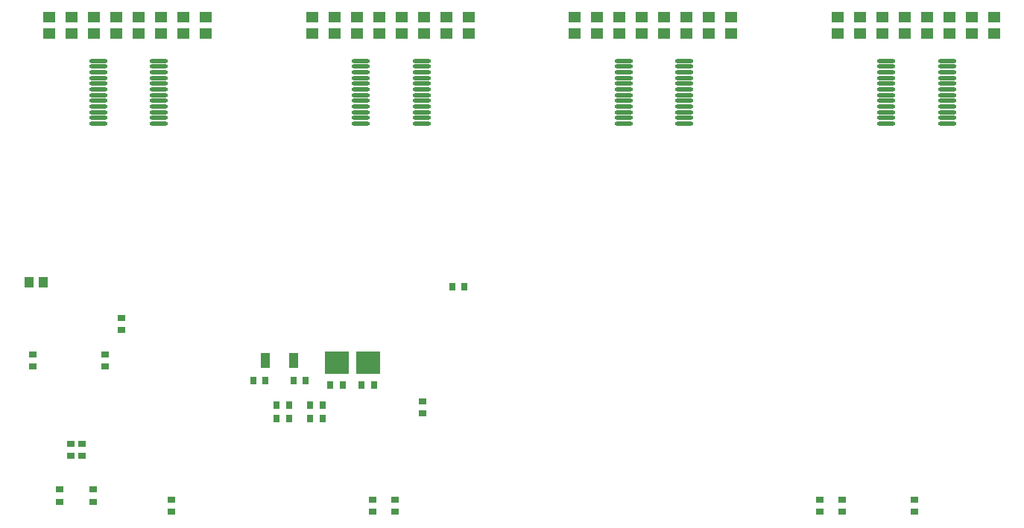
<source format=gbp>
%FSAX24Y24*%
%MOIN*%
G70*
G01*
G75*
G04 Layer_Color=128*
%ADD10R,0.0354X0.0315*%
%ADD11R,0.0315X0.0354*%
%ADD12R,0.0906X0.0906*%
%ADD13R,0.0472X0.0551*%
%ADD14O,0.0709X0.0118*%
%ADD15O,0.0118X0.0709*%
%ADD16R,0.0200X0.0591*%
%ADD17R,0.0551X0.0472*%
%ADD18R,0.0866X0.0866*%
%ADD19O,0.0236X0.0866*%
G04:AMPARAMS|DCode=20|XSize=74.8mil|YSize=126mil|CornerRadius=0mil|HoleSize=0mil|Usage=FLASHONLY|Rotation=180.000|XOffset=0mil|YOffset=0mil|HoleType=Round|Shape=Octagon|*
%AMOCTAGOND20*
4,1,8,0.0187,-0.0630,-0.0187,-0.0630,-0.0374,-0.0443,-0.0374,0.0443,-0.0187,0.0630,0.0187,0.0630,0.0374,0.0443,0.0374,-0.0443,0.0187,-0.0630,0.0*
%
%ADD20OCTAGOND20*%

%ADD21R,0.0236X0.0551*%
%ADD22R,0.0236X0.0709*%
%ADD23R,0.0400X0.1000*%
%ADD24R,0.1200X0.1450*%
%ADD25R,0.1000X0.0400*%
%ADD26R,0.0945X0.1220*%
%ADD27R,0.0866X0.0177*%
%ADD28R,0.0800X0.0250*%
%ADD29R,0.0472X0.0118*%
%ADD30R,0.0118X0.0472*%
%ADD31C,0.0100*%
%ADD32C,0.0200*%
%ADD33C,0.0150*%
%ADD34C,0.0250*%
%ADD35R,1.1300X0.1400*%
%ADD36R,0.1300X0.2500*%
%ADD37R,1.2150X0.1400*%
%ADD38R,0.2150X0.2800*%
%ADD39R,0.8800X0.1550*%
%ADD40R,0.1350X0.2500*%
%ADD41R,0.2750X0.0500*%
%ADD42R,0.3850X0.0850*%
%ADD43R,0.2650X0.1350*%
%ADD44R,0.0750X0.1300*%
%ADD45C,0.0300*%
%ADD46C,0.1181*%
%ADD47C,0.0400*%
%ADD48C,0.0600*%
%ADD49C,0.0591*%
%ADD50R,0.0591X0.0591*%
%ADD51C,0.0700*%
%ADD52C,0.0630*%
%ADD53C,0.1500*%
%ADD54R,0.0591X0.0591*%
%ADD55C,0.0800*%
%ADD56C,0.0500*%
%ADD57C,0.1400*%
%ADD58R,0.0600X0.0600*%
%ADD59C,0.1874*%
%ADD60R,0.0665X0.0665*%
%ADD61C,0.0665*%
%ADD62C,0.1575*%
%ADD63R,0.0394X0.0512*%
%ADD64R,0.0394X0.0709*%
%ADD65R,0.1100X0.1000*%
%ADD66O,0.0827X0.0177*%
%ADD67R,0.3750X0.0850*%
%ADD68C,0.0098*%
%ADD69C,0.0236*%
%ADD70C,0.0039*%
%ADD71C,0.0050*%
%ADD72C,0.0079*%
%ADD73C,0.0059*%
%ADD74R,0.0434X0.0395*%
%ADD75R,0.0395X0.0434*%
%ADD76R,0.0986X0.0986*%
%ADD77R,0.0552X0.0631*%
%ADD78O,0.0789X0.0198*%
%ADD79O,0.0198X0.0789*%
%ADD80R,0.0280X0.0671*%
%ADD81R,0.0631X0.0552*%
%ADD82O,0.0316X0.0946*%
G04:AMPARAMS|DCode=83|XSize=82.8mil|YSize=134mil|CornerRadius=0mil|HoleSize=0mil|Usage=FLASHONLY|Rotation=180.000|XOffset=0mil|YOffset=0mil|HoleType=Round|Shape=Octagon|*
%AMOCTAGOND83*
4,1,8,0.0207,-0.0670,-0.0207,-0.0670,-0.0414,-0.0463,-0.0414,0.0463,-0.0207,0.0670,0.0207,0.0670,0.0414,0.0463,0.0414,-0.0463,0.0207,-0.0670,0.0*
%
%ADD83OCTAGOND83*%

%ADD84R,0.0316X0.0631*%
%ADD85R,0.0316X0.0789*%
%ADD86R,0.0480X0.1080*%
%ADD87R,0.1280X0.1530*%
%ADD88R,0.1080X0.0480*%
%ADD89R,0.1025X0.1300*%
%ADD90R,0.0946X0.0257*%
%ADD91R,0.0880X0.0330*%
%ADD92R,0.0552X0.0198*%
%ADD93R,0.0198X0.0552*%
%ADD94C,0.0380*%
%ADD95C,0.1261*%
%ADD96C,0.0480*%
%ADD97C,0.0680*%
%ADD98C,0.0671*%
%ADD99R,0.0671X0.0671*%
%ADD100C,0.0780*%
%ADD101C,0.0710*%
%ADD102C,0.1580*%
%ADD103R,0.0671X0.0671*%
%ADD104C,0.0080*%
%ADD105C,0.0880*%
%ADD106C,0.0580*%
%ADD107C,0.1480*%
%ADD108R,0.0680X0.0680*%
%ADD109C,0.1954*%
%ADD110R,0.0745X0.0745*%
%ADD111C,0.0745*%
%ADD112C,0.1655*%
%ADD113R,0.0474X0.0592*%
%ADD114R,0.0474X0.0789*%
%ADD115R,0.1180X0.1080*%
%ADD116O,0.0907X0.0257*%
D10*
X020550Y024474D02*
D03*
Y025026D02*
D03*
X017300Y024474D02*
D03*
Y025026D02*
D03*
X019500Y020474D02*
D03*
Y021026D02*
D03*
X019000Y020474D02*
D03*
Y021026D02*
D03*
X021277Y026657D02*
D03*
Y026106D02*
D03*
X034750Y022926D02*
D03*
Y022374D02*
D03*
X023500Y018526D02*
D03*
Y017974D02*
D03*
X032500Y018526D02*
D03*
Y017974D02*
D03*
X033500Y018526D02*
D03*
Y017974D02*
D03*
X020000Y018424D02*
D03*
Y018976D02*
D03*
X018500Y018424D02*
D03*
Y018976D02*
D03*
X052500Y018526D02*
D03*
Y017974D02*
D03*
X053500Y018526D02*
D03*
Y017974D02*
D03*
X056750Y018526D02*
D03*
Y017974D02*
D03*
D11*
X027174Y023850D02*
D03*
X027726D02*
D03*
X030624Y023650D02*
D03*
X031176D02*
D03*
X032576Y023650D02*
D03*
X032024D02*
D03*
X029526Y023850D02*
D03*
X028974D02*
D03*
X029724Y022750D02*
D03*
X030276D02*
D03*
X029724Y022150D02*
D03*
X030276D02*
D03*
X028776Y022150D02*
D03*
X028224D02*
D03*
X028776Y022750D02*
D03*
X028224D02*
D03*
X036074Y028050D02*
D03*
X036626D02*
D03*
D17*
X035800Y039396D02*
D03*
Y040104D02*
D03*
X031800Y040104D02*
D03*
Y039396D02*
D03*
X034800Y039396D02*
D03*
Y040104D02*
D03*
X032800Y040104D02*
D03*
Y039396D02*
D03*
X045550Y039396D02*
D03*
Y040104D02*
D03*
X033800Y039396D02*
D03*
Y040104D02*
D03*
X042550Y040104D02*
D03*
Y039396D02*
D03*
X048550Y039396D02*
D03*
Y040104D02*
D03*
X056300Y040104D02*
D03*
Y039396D02*
D03*
X058300Y039396D02*
D03*
Y040104D02*
D03*
X046550Y039396D02*
D03*
Y040104D02*
D03*
X044550Y040104D02*
D03*
Y039396D02*
D03*
X029800Y040104D02*
D03*
Y039396D02*
D03*
X043550Y040104D02*
D03*
Y039396D02*
D03*
X047550Y039396D02*
D03*
Y040104D02*
D03*
X057300Y039396D02*
D03*
Y040104D02*
D03*
X036800Y039396D02*
D03*
Y040104D02*
D03*
X030800Y040104D02*
D03*
Y039396D02*
D03*
X055300Y040104D02*
D03*
Y039396D02*
D03*
X041550Y040104D02*
D03*
Y039396D02*
D03*
X059300Y039396D02*
D03*
Y040104D02*
D03*
X054300Y040104D02*
D03*
Y039396D02*
D03*
X060300Y039396D02*
D03*
Y040104D02*
D03*
X053300Y040104D02*
D03*
Y039396D02*
D03*
X022050Y039396D02*
D03*
Y040104D02*
D03*
X021050Y040104D02*
D03*
Y039396D02*
D03*
X023050Y039396D02*
D03*
Y040104D02*
D03*
X020050Y040104D02*
D03*
Y039396D02*
D03*
X024050Y039396D02*
D03*
Y040104D02*
D03*
X019050Y040104D02*
D03*
Y039396D02*
D03*
X025050Y039396D02*
D03*
Y040104D02*
D03*
X018050Y040104D02*
D03*
Y039396D02*
D03*
D63*
X017135Y028250D02*
D03*
X017765D02*
D03*
D64*
X027720Y024758D02*
D03*
X028980D02*
D03*
D65*
X032300Y024650D02*
D03*
X030900D02*
D03*
D66*
X022958Y037400D02*
D03*
Y037656D02*
D03*
Y037911D02*
D03*
Y038167D02*
D03*
X020242D02*
D03*
Y037911D02*
D03*
Y037656D02*
D03*
Y037400D02*
D03*
X020242Y035354D02*
D03*
Y035610D02*
D03*
Y035866D02*
D03*
Y036122D02*
D03*
Y036378D02*
D03*
Y036634D02*
D03*
Y036890D02*
D03*
Y037146D02*
D03*
X022958Y035354D02*
D03*
Y035610D02*
D03*
Y035866D02*
D03*
Y036122D02*
D03*
Y036378D02*
D03*
Y036634D02*
D03*
Y036890D02*
D03*
Y037146D02*
D03*
X034708Y037400D02*
D03*
Y037656D02*
D03*
Y037911D02*
D03*
Y038167D02*
D03*
X031992D02*
D03*
Y037911D02*
D03*
Y037656D02*
D03*
Y037400D02*
D03*
X031992Y035354D02*
D03*
Y035610D02*
D03*
Y035866D02*
D03*
Y036122D02*
D03*
Y036378D02*
D03*
Y036634D02*
D03*
Y036890D02*
D03*
Y037146D02*
D03*
X034708Y035354D02*
D03*
Y035610D02*
D03*
Y035866D02*
D03*
Y036122D02*
D03*
Y036378D02*
D03*
Y036634D02*
D03*
Y036890D02*
D03*
Y037146D02*
D03*
X046458Y037400D02*
D03*
Y037656D02*
D03*
Y037911D02*
D03*
Y038167D02*
D03*
X043742D02*
D03*
Y037911D02*
D03*
Y037656D02*
D03*
Y037400D02*
D03*
X043742Y035354D02*
D03*
Y035610D02*
D03*
Y035866D02*
D03*
Y036122D02*
D03*
Y036378D02*
D03*
Y036634D02*
D03*
Y036890D02*
D03*
Y037146D02*
D03*
X046458Y035354D02*
D03*
Y035610D02*
D03*
Y035866D02*
D03*
Y036122D02*
D03*
Y036378D02*
D03*
Y036634D02*
D03*
Y036890D02*
D03*
Y037146D02*
D03*
X058208Y037400D02*
D03*
Y037656D02*
D03*
Y037911D02*
D03*
Y038167D02*
D03*
X055492D02*
D03*
Y037911D02*
D03*
Y037656D02*
D03*
Y037400D02*
D03*
X055492Y035354D02*
D03*
Y035610D02*
D03*
Y035866D02*
D03*
Y036122D02*
D03*
Y036378D02*
D03*
Y036634D02*
D03*
Y036890D02*
D03*
Y037146D02*
D03*
X058208Y035354D02*
D03*
Y035610D02*
D03*
Y035866D02*
D03*
Y036122D02*
D03*
Y036378D02*
D03*
Y036634D02*
D03*
Y036890D02*
D03*
Y037146D02*
D03*
M02*

</source>
